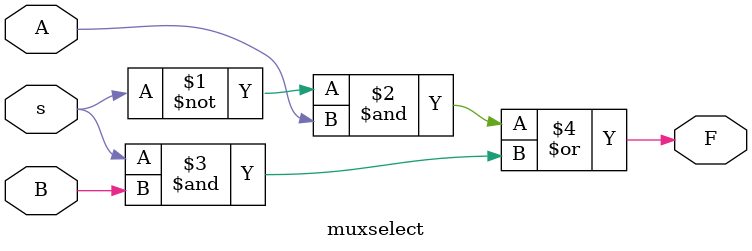
<source format=v>
module muxselect(A, B, s, F);
	input A, B, s;
	output F;
	
	assign F = (~s&A)|(s&B);
endmodule 
</source>
